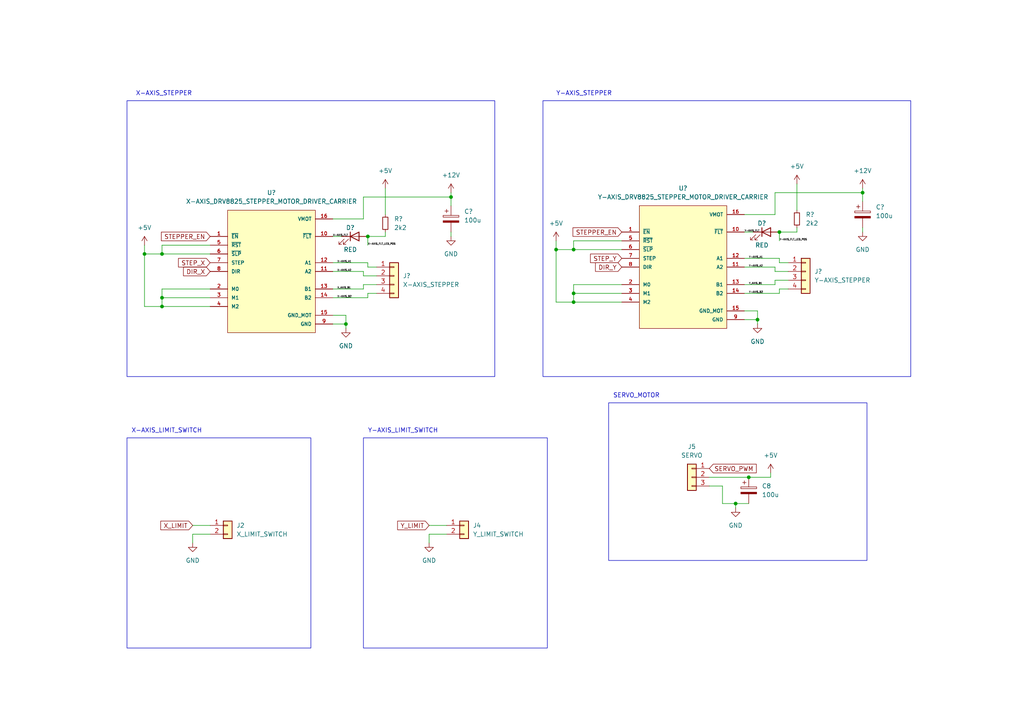
<source format=kicad_sch>
(kicad_sch (version 20230121) (generator eeschema)
  (paper "A4")
  (lib_symbols
    (symbol "Connector_Generic:Conn_01x02" (pin_names (offset 1.016) hide)
      (property "Reference" "J" (at 0 2.54 0))
      (property "Value" "Conn_01x02" (at 0 -5.08 0))
      (symbol "Conn_01x02_1_1"
        (rectangle (start -1.27 -2.413) (end 0 -2.667) (stroke (width 0.1524)))
        (rectangle (start -1.27 0.127) (end 0 -0.127) (stroke (width 0.1524)))
        (rectangle (start -1.27 1.27) (end 1.27 -3.81) (stroke (width 0.254)) (fill (type background)))
        (pin passive line (at -5.08 0 0) (length 3.81) (name "Pin_1") (number "1"))
        (pin passive line (at -5.08 -2.54 0) (length 3.81) (name "Pin_2") (number "2"))
      )
    )
    (symbol "Connector_Generic:Conn_01x03" (pin_names (offset 1.016) hide)
      (property "Reference" "J" (at 0 5.08 0))
      (property "Value" "Conn_01x03" (at 0 -5.08 0))
      (symbol "Conn_01x03_1_1"
        (rectangle (start -1.27 -2.413) (end 0 -2.667) (stroke (width 0.1524)))
        (rectangle (start -1.27 0.127) (end 0 -0.127) (stroke (width 0.1524)))
        (rectangle (start -1.27 2.667) (end 0 2.413) (stroke (width 0.1524)))
        (rectangle (start -1.27 3.81) (end 1.27 -3.81) (stroke (width 0.254)) (fill (type background)))
        (pin passive line (at -5.08 2.54 0) (length 3.81) (name "Pin_1") (number "1"))
        (pin passive line (at -5.08 0 0) (length 3.81) (name "Pin_2") (number "2"))
        (pin passive line (at -5.08 -2.54 0) (length 3.81) (name "Pin_3") (number "3"))
      )
    )
    (symbol "Connector_Generic:Conn_01x04" (pin_names (offset 1.016) hide)
      (property "Reference" "J" (at 0 5.08 0))
      (property "Value" "Conn_01x04" (at 0 -7.62 0))
      (symbol "Conn_01x04_1_1"
        (rectangle (start -1.27 -4.953) (end 0 -5.207) (stroke (width 0.1524)))
        (rectangle (start -1.27 -2.413) (end 0 -2.667) (stroke (width 0.1524)))
        (rectangle (start -1.27 0.127) (end 0 -0.127) (stroke (width 0.1524)))
        (rectangle (start -1.27 2.667) (end 0 2.413) (stroke (width 0.1524)))
        (rectangle (start -1.27 3.81) (end 1.27 -6.35) (stroke (width 0.254)) (fill (type background)))
        (pin passive line (at -5.08 2.54 0) (length 3.81) (name "Pin_1") (number "1"))
        (pin passive line (at -5.08 0 0) (length 3.81) (name "Pin_2") (number "2"))
        (pin passive line (at -5.08 -2.54 0) (length 3.81) (name "Pin_3") (number "3"))
        (pin passive line (at -5.08 -5.08 0) (length 3.81) (name "Pin_4") (number "4"))
      )
    )
    (symbol "Device:C_Polarized" (pin_numbers hide) (pin_names (offset 0.254))
      (property "Reference" "C" (at 0.635 2.54 0))
      (property "Value" "C_Polarized" (at 0.635 -2.54 0))
      (symbol "C_Polarized_0_1"
        (rectangle (start -2.286 0.508) (end 2.286 1.016))
        (polyline (pts (xy -1.778 2.286) (xy -0.762 2.286)))
        (polyline (pts (xy -1.27 2.794) (xy -1.27 1.778)))
        (rectangle (start 2.286 -0.508) (end -2.286 -1.016) (fill (type outline)))
      )
      (symbol "C_Polarized_1_1"
        (pin passive line (at 0 3.81 270) (length 2.794) (name "~") (number "1"))
        (pin passive line (at 0 -3.81 90) (length 2.794) (name "~") (number "2"))
      )
    )
    (symbol "Device:LED" (pin_numbers hide) (pin_names (offset 1.016) hide)
      (property "Reference" "D" (at 0 2.54 0))
      (property "Value" "LED" (at 0 -2.54 0))
      (symbol "LED_0_1"
        (polyline (pts (xy -1.27 -1.27) (xy -1.27 1.27)) (stroke (width 0.254)))
        (polyline (pts (xy -1.27 0) (xy 1.27 0)))
        (polyline (pts (xy 1.27 -1.27) (xy 1.27 1.27) (xy -1.27 0) (xy 1.27 -1.27)) (stroke (width 0.254)))
        (polyline (pts (xy -3.048 -0.762) (xy -4.572 -2.286) (xy -3.81 -2.286) (xy -4.572 -2.286) (xy -4.572 -1.524)))
        (polyline (pts (xy -1.778 -0.762) (xy -3.302 -2.286) (xy -2.54 -2.286) (xy -3.302 -2.286) (xy -3.302 -1.524)))
      )
      (symbol "LED_1_1"
        (pin passive line (at -3.81 0 0) (length 2.54) (name "K") (number "1"))
        (pin passive line (at 3.81 0 180) (length 2.54) (name "A") (number "2"))
      )
    )
    (symbol "Device:R_Small" (pin_numbers hide) (pin_names (offset 0.254) hide)
      (property "Reference" "R" (at 0.762 0.508 0))
      (property "Value" "R_Small" (at 0.762 -1.016 0))
      (symbol "R_Small_0_1"
        (rectangle (start -0.762 1.778) (end 0.762 -1.778) (stroke (width 0.2032)))
      )
      (symbol "R_Small_1_1"
        (pin passive line (at 0 2.54 270) (length 0.762) (name "~") (number "1"))
        (pin passive line (at 0 -2.54 90) (length 0.762) (name "~") (number "2"))
      )
    )
    (symbol "Pen_Plotter_Lib:DRV8825_STEPPER_MOTOR_DRIVER_CARRIER" (pin_names (offset 1.016))
      (property "Reference" "U" (at -12.7 18.542 0))
      (property "Value" "DRV8825_STEPPER_MOTOR_DRIVER_CARRIER" (at -12.7 -20.32 0))
      (symbol "DRV8825_STEPPER_MOTOR_DRIVER_CARRIER_0_0"
        (rectangle (start -12.7 -17.78) (end 12.7 17.78) (stroke (width 0.1524)) (fill (type background)))
        (pin input line (at -17.78 10.16 0) (length 5.08) (name "~{EN}") (number "1"))
        (pin output line (at 17.78 10.16 180) (length 5.08) (name "~{FLT}") (number "10"))
        (pin output line (at 17.78 0 180) (length 5.08) (name "A2") (number "11"))
        (pin output line (at 17.78 2.54 180) (length 5.08) (name "A1") (number "12"))
        (pin output line (at 17.78 -5.08 180) (length 5.08) (name "B1") (number "13"))
        (pin output line (at 17.78 -7.62 180) (length 5.08) (name "B2") (number "14"))
        (pin power_in line (at 17.78 -12.7 180) (length 5.08) (name "GND_MOT") (number "15"))
        (pin power_in line (at 17.78 15.24 180) (length 5.08) (name "VMOT") (number "16"))
        (pin input line (at -17.78 -5.08 0) (length 5.08) (name "M0") (number "2"))
        (pin input line (at -17.78 -7.62 0) (length 5.08) (name "M1") (number "3"))
        (pin input line (at -17.78 -10.16 0) (length 5.08) (name "M2") (number "4"))
        (pin input line (at -17.78 7.62 0) (length 5.08) (name "~{RST}") (number "5"))
        (pin input line (at -17.78 5.08 0) (length 5.08) (name "~{SLP}") (number "6"))
        (pin input line (at -17.78 2.54 0) (length 5.08) (name "STEP") (number "7"))
        (pin input line (at -17.78 0 0) (length 5.08) (name "DIR") (number "8"))
        (pin power_in line (at 17.78 -15.24 180) (length 5.08) (name "GND") (number "9"))
      )
    )
    (symbol "power:+12V" (power) (pin_names (offset 0))
      (property "Value" "+12V" (at 0 3.556 0))
      (symbol "+12V_0_1"
        (polyline (pts (xy -0.762 1.27) (xy 0 2.54)))
        (polyline (pts (xy 0 0) (xy 0 2.54)))
        (polyline (pts (xy 0 2.54) (xy 0.762 1.27)))
      )
      (symbol "+12V_1_1"
        (pin power_in line (at 0 0 90) (length 0) hide (name "+12V") (number "1"))
      )
    )
    (symbol "power:+5V" (power) (pin_names (offset 0))
      (property "Value" "+5V" (at 0 3.556 0))
      (symbol "+5V_0_1"
        (polyline (pts (xy -0.762 1.27) (xy 0 2.54)))
        (polyline (pts (xy 0 0) (xy 0 2.54)))
        (polyline (pts (xy 0 2.54) (xy 0.762 1.27)))
      )
      (symbol "+5V_1_1"
        (pin power_in line (at 0 0 90) (length 0) hide (name "+5V") (number "1"))
      )
    )
    (symbol "power:GND" (power) (pin_names (offset 0))
      (property "Value" "GND" (at 0 -3.81 0))
      (symbol "GND_0_1"
        (polyline (pts (xy 0 0) (xy 0 -1.27) (xy 1.27 -1.27) (xy 0 -2.54) (xy -1.27 -1.27) (xy 0 -1.27)))
      )
      (symbol "GND_1_1"
        (pin power_in line (at 0 0 270) (length 0) hide (name "GND") (number "1"))
      )
    )
  )
  (junction (at 166.37 72.39))
  (junction (at 226.06 67.31))
  (junction (at 166.37 85.09))
  (junction (at 130.81 57.15))
  (junction (at 46.99 73.66))
  (junction (at 46.99 88.9))
  (junction (at 166.37 87.63))
  (junction (at 217.17 138.43))
  (junction (at 100.33 93.98))
  (junction (at 161.29 72.39))
  (junction (at 106.68 68.58))
  (junction (at 46.99 86.36))
  (junction (at 250.19 55.88))
  (junction (at 213.36 146.05))
  (junction (at 219.71 92.71))
  (junction (at 41.91 73.66))
  (wire (pts (xy 215.9 82.55) (xy 224.79 82.55)))
  (wire (pts (xy 106.68 85.09) (xy 109.22 85.09)))
  (wire (pts (xy 231.14 53.34) (xy 231.14 60.96)))
  (wire (pts (xy 60.96 154.94) (xy 55.88 154.94)))
  (wire (pts (xy 219.71 90.17) (xy 219.71 92.71)))
  (wire (pts (xy 96.52 86.36) (xy 106.68 86.36)))
  (wire (pts (xy 224.79 82.55) (xy 224.79 81.28)))
  (wire (pts (xy 166.37 82.55) (xy 180.34 82.55)))
  (wire (pts (xy 219.71 93.98) (xy 219.71 92.71)))
  (wire (pts (xy 129.54 154.94) (xy 124.46 154.94)))
  (wire (pts (xy 100.33 91.44) (xy 100.33 93.98)))
  (wire (pts (xy 215.9 62.23) (xy 224.79 62.23)))
  (wire (pts (xy 111.76 68.58) (xy 111.76 67.31)))
  (wire (pts (xy 105.41 82.55) (xy 109.22 82.55)))
  (wire (pts (xy 213.36 146.05) (xy 217.17 146.05)))
  (wire (pts (xy 100.33 95.25) (xy 100.33 93.98)))
  (wire (pts (xy 205.74 140.97) (xy 209.55 140.97)))
  (wire (pts (xy 46.99 83.82) (xy 46.99 86.36)))
  (wire (pts (xy 166.37 69.85) (xy 166.37 72.39)))
  (wire (pts (xy 166.37 85.09) (xy 180.34 85.09)))
  (wire (pts (xy 166.37 82.55) (xy 166.37 85.09)))
  (wire (pts (xy 161.29 87.63) (xy 161.29 72.39)))
  (wire (pts (xy 106.68 86.36) (xy 106.68 85.09)))
  (wire (pts (xy 55.88 152.4) (xy 60.96 152.4)))
  (wire (pts (xy 124.46 152.4) (xy 129.54 152.4)))
  (wire (pts (xy 46.99 71.12) (xy 46.99 73.66)))
  (wire (pts (xy 215.9 67.31) (xy 218.44 67.31)))
  (wire (pts (xy 226.06 83.82) (xy 228.6 83.82)))
  (wire (pts (xy 46.99 73.66) (xy 41.91 73.66)))
  (wire (pts (xy 226.06 69.85) (xy 226.06 67.31)))
  (wire (pts (xy 130.81 55.88) (xy 130.81 57.15)))
  (wire (pts (xy 96.52 63.5) (xy 105.41 63.5)))
  (wire (pts (xy 215.9 85.09) (xy 226.06 85.09)))
  (wire (pts (xy 166.37 72.39) (xy 161.29 72.39)))
  (wire (pts (xy 213.36 146.05) (xy 213.36 147.32)))
  (wire (pts (xy 106.68 76.2) (xy 106.68 77.47)))
  (wire (pts (xy 217.17 138.43) (xy 205.74 138.43)))
  (wire (pts (xy 105.41 83.82) (xy 105.41 82.55)))
  (wire (pts (xy 166.37 87.63) (xy 180.34 87.63)))
  (wire (pts (xy 224.79 55.88) (xy 250.19 55.88)))
  (wire (pts (xy 223.52 138.43) (xy 217.17 138.43)))
  (wire (pts (xy 231.14 67.31) (xy 231.14 66.04)))
  (wire (pts (xy 60.96 71.12) (xy 46.99 71.12)))
  (wire (pts (xy 46.99 83.82) (xy 60.96 83.82)))
  (wire (pts (xy 223.52 137.16) (xy 223.52 138.43)))
  (wire (pts (xy 224.79 77.47) (xy 224.79 78.74)))
  (wire (pts (xy 105.41 57.15) (xy 105.41 63.5)))
  (wire (pts (xy 96.52 83.82) (xy 105.41 83.82)))
  (wire (pts (xy 161.29 72.39) (xy 161.29 69.85)))
  (wire (pts (xy 106.68 71.12) (xy 106.68 68.58)))
  (wire (pts (xy 100.33 93.98) (xy 96.52 93.98)))
  (wire (pts (xy 41.91 88.9) (xy 41.91 73.66)))
  (wire (pts (xy 130.81 57.15) (xy 130.81 59.69)))
  (wire (pts (xy 166.37 72.39) (xy 180.34 72.39)))
  (wire (pts (xy 46.99 73.66) (xy 60.96 73.66)))
  (wire (pts (xy 224.79 81.28) (xy 228.6 81.28)))
  (wire (pts (xy 41.91 73.66) (xy 41.91 71.12)))
  (wire (pts (xy 250.19 55.88) (xy 250.19 58.42)))
  (wire (pts (xy 105.41 80.01) (xy 109.22 80.01)))
  (wire (pts (xy 226.06 67.31) (xy 231.14 67.31)))
  (wire (pts (xy 224.79 78.74) (xy 228.6 78.74)))
  (wire (pts (xy 96.52 68.58) (xy 99.06 68.58)))
  (wire (pts (xy 161.29 87.63) (xy 166.37 87.63)))
  (wire (pts (xy 106.68 68.58) (xy 111.76 68.58)))
  (wire (pts (xy 215.9 74.93) (xy 226.06 74.93)))
  (wire (pts (xy 111.76 54.61) (xy 111.76 62.23)))
  (wire (pts (xy 46.99 88.9) (xy 60.96 88.9)))
  (wire (pts (xy 55.88 154.94) (xy 55.88 157.48)))
  (wire (pts (xy 226.06 76.2) (xy 228.6 76.2)))
  (wire (pts (xy 46.99 86.36) (xy 46.99 88.9)))
  (wire (pts (xy 209.55 140.97) (xy 209.55 146.05)))
  (wire (pts (xy 124.46 154.94) (xy 124.46 157.48)))
  (wire (pts (xy 166.37 85.09) (xy 166.37 87.63)))
  (wire (pts (xy 226.06 74.93) (xy 226.06 76.2)))
  (wire (pts (xy 224.79 55.88) (xy 224.79 62.23)))
  (wire (pts (xy 219.71 92.71) (xy 215.9 92.71)))
  (wire (pts (xy 226.06 85.09) (xy 226.06 83.82)))
  (wire (pts (xy 215.9 90.17) (xy 219.71 90.17)))
  (wire (pts (xy 180.34 69.85) (xy 166.37 69.85)))
  (wire (pts (xy 46.99 86.36) (xy 60.96 86.36)))
  (wire (pts (xy 209.55 146.05) (xy 213.36 146.05)))
  (wire (pts (xy 130.81 67.31) (xy 130.81 68.58)))
  (wire (pts (xy 96.52 91.44) (xy 100.33 91.44)))
  (wire (pts (xy 250.19 54.61) (xy 250.19 55.88)))
  (wire (pts (xy 106.68 77.47) (xy 109.22 77.47)))
  (wire (pts (xy 96.52 76.2) (xy 106.68 76.2)))
  (wire (pts (xy 250.19 66.04) (xy 250.19 67.31)))
  (wire (pts (xy 215.9 77.47) (xy 224.79 77.47)))
  (wire (pts (xy 105.41 57.15) (xy 130.81 57.15)))
  (wire (pts (xy 96.52 78.74) (xy 105.41 78.74)))
  (wire (pts (xy 41.91 88.9) (xy 46.99 88.9)))
  (wire (pts (xy 105.41 78.74) (xy 105.41 80.01)))
  (rectangle (start 176.53 116.84) (end 251.46 162.56))
  (rectangle (start 157.48 29.21) (end 264.16 109.22))
  (rectangle (start 105.41 127) (end 158.75 187.96))
  (rectangle (start 36.83 127) (end 90.17 187.96))
  (rectangle (start 36.83 29.21) (end 143.51 109.22))
  (text "Y-AXIS_LIMIT_SWITCH" (at 106.68 125.73 0) (effects (font (size 1.27 1.27)) (justify left bottom)))
  (text "SERVO_MOTOR" (at 177.8 115.57 0) (effects (font (size 1.27 1.27)) (justify left bottom)))
  (text "X-AXIS_STEPPER" (at 39.37 27.94 0) (effects (font (size 1.27 1.27)) (justify left bottom)))
  (text "X-AXIS_LIMIT_SWITCH" (at 38.1 125.73 0) (effects (font (size 1.27 1.27)) (justify left bottom)))
  (text "Y-AXIS_STEPPER" (at 161.29 27.94 0) (effects (font (size 1.27 1.27)) (justify left bottom)))
  (label "Y-AXIS_B2" (at 217.17 85.09 0) (effects (font (size 0.5 0.5))))
  (label "X-AXIS_A1" (at 97.79 76.2 0) (effects (font (size 0.5 0.5))))
  (label "Y_AXIS_B1" (at 217.17 82.55 0) (effects (font (size 0.5 0.5))))
  (label "Y-AXIS_FLT_LED_POS" (at 226.06 69.85 0) (effects (font (size 0.5 0.5))))
  (label "Y-AXIS_A2" (at 217.17 77.47 0) (effects (font (size 0.5 0.5))))
  (label "Y-AXIS_A1" (at 217.17 74.93 0) (effects (font (size 0.5 0.5))))
  (label "X-AXIS_B2" (at 97.79 86.36 0) (effects (font (size 0.5 0.5))))
  (label "Y-AXIS_FLT" (at 215.9 67.31 0) (effects (font (size 0.5 0.5))))
  (label "X_AXIS_B1" (at 97.79 83.82 0) (effects (font (size 0.5 0.5))))
  (label "X-AXIS_FLT" (at 96.52 68.58 0) (effects (font (size 0.5 0.5))))
  (label "X-AXIS_FLT_LED_POS" (at 106.68 71.12 0) (effects (font (size 0.5 0.5))))
  (label "X-AXIS_A2" (at 97.79 78.74 0) (effects (font (size 0.5 0.5))))
  (global_label "STEPPER_EN" (shape input) (at 60.96 68.58 180) (property "Intersheetrefs" "${INTERSHEET_REFS}" (effects hide)))
  (global_label "SERVO_PWM" (shape input) (at 205.74 135.89 0) (property "Intersheetrefs" "${INTERSHEET_REFS}" (effects hide)))
  (global_label "STEPPER_EN" (shape input) (at 180.34 67.31 180) (property "Intersheetrefs" "${INTERSHEET_REFS}" (effects hide)))
  (global_label "STEP_Y" (shape input) (at 180.34 74.93 180) (property "Intersheetrefs" "${INTERSHEET_REFS}" (effects hide)))
  (global_label "DIR_Y" (shape input) (at 180.34 77.47 180) (property "Intersheetrefs" "${INTERSHEET_REFS}" (effects hide)))
  (global_label "STEP_X" (shape input) (at 60.96 76.2 180) (property "Intersheetrefs" "${INTERSHEET_REFS}" (effects hide)))
  (global_label "Y_LIMIT" (shape input) (at 124.46 152.4 180) (property "Intersheetrefs" "${INTERSHEET_REFS}" (effects hide)))
  (global_label "DIR_X" (shape input) (at 60.96 78.74 180) (property "Intersheetrefs" "${INTERSHEET_REFS}" (effects hide)))
  (global_label "X_LIMIT" (shape input) (at 55.88 152.4 180) (property "Intersheetrefs" "${INTERSHEET_REFS}" (effects hide)))
  (symbol (lib_id "Device:C_Polarized") (at 217.17 142.24 0) (unit 1)
    (property "Reference" "C8" (at 220.98 140.97 0) (effects (justify left)))
    (property "Value" "100u" (at 220.98 143.51 0) (effects (justify left)))
    (property "Footprint" "Capacitor_SMD:C_1206_3216Metric" (effects hide))
  )
  (symbol (lib_id "power:GND") (at 100.33 95.25 0) (unit 1)
    (property "Reference" "#PWR?" (effects hide))
    (property "Value" "GND" (at 100.33 100.33 0))
    (instances (project "Pen_Plotter_RPI_Hat_V2" (path "" (reference "#PWR?") (unit 1)) (path "" (reference "#PWR016") (unit 1))))
  )
  (symbol (lib_id "power:GND") (at 124.46 157.48 0) (unit 1)
    (property "Reference" "#PWR018" (effects hide))
    (property "Value" "GND" (at 124.46 162.56 0))
  )
  (symbol (lib_id "power:+5V") (at 161.29 69.85 0) (unit 1)
    (property "Reference" "#PWR?" (effects hide))
    (property "Value" "+5V" (at 161.29 64.77 0))
    (instances (project "Pen_Plotter_RPI_Hat_V2" (path "" (reference "#PWR?") (unit 1)) (path "" (reference "#PWR021") (unit 1))))
  )
  (symbol (lib_id "Device:LED") (at 102.87 68.58 0) (unit 1)
    (property "Reference" "D?" (at 101.6 66.04 0))
    (property "Value" "RED" (at 101.6 72.39 0))
    (property "Footprint" "LED_THT:LED_D5.0mm" (effects hide))
    (instances (project "Pen_Plotter_RPI_Hat_V2" (path "" (reference "D?") (unit 1)) (path "" (reference "D1") (unit 1))))
  )
  (symbol (lib_id "power:GND") (at 130.81 68.58 0) (unit 1)
    (property "Reference" "#PWR?" (effects hide))
    (property "Value" "GND" (at 130.81 73.66 0))
    (instances (project "Pen_Plotter_RPI_Hat_V2" (path "" (reference "#PWR?") (unit 1)) (path "" (reference "#PWR020") (unit 1))))
  )
  (symbol (lib_id "Device:R_Small") (at 231.14 63.5 0) (unit 1)
    (property "Reference" "R?" (at 233.68 62.23 0) (effects (justify left)))
    (property "Value" "2k2" (at 233.68 64.77 0) (effects (justify left)))
    (property "Footprint" "Pen_Plotter_Lib:THT_RESISTOR_WITH_VALUE" (effects hide))
    (instances (project "Pen_Plotter_RPI_Hat_V2" (path "" (reference "R?") (unit 1)) (path "" (reference "R4") (unit 1))))
  )
  (symbol (lib_id "power:+12V") (at 130.81 55.88 0) (unit 1)
    (property "Reference" "#PWR?" (effects hide))
    (property "Value" "+12V" (at 130.81 50.8 0))
    (instances (project "Pen_Plotter_RPI_Hat_V2" (path "" (reference "#PWR?") (unit 1)) (path "" (reference "#PWR019") (unit 1))))
  )
  (symbol (lib_id "power:+5V") (at 41.91 71.12 0) (unit 1)
    (property "Reference" "#PWR?" (effects hide))
    (property "Value" "+5V" (at 41.91 66.04 0))
    (instances (project "Pen_Plotter_RPI_Hat_V2" (path "" (reference "#PWR?") (unit 1)) (path "" (reference "#PWR014") (unit 1))))
  )
  (symbol (lib_id "Device:LED") (at 222.25 67.31 0) (unit 1)
    (property "Reference" "D?" (at 220.98 64.77 0))
    (property "Value" "RED" (at 220.98 71.12 0))
    (property "Footprint" "LED_THT:LED_D5.0mm" (effects hide))
    (instances (project "Pen_Plotter_RPI_Hat_V2" (path "" (reference "D?") (unit 1)) (path "" (reference "D2") (unit 1))))
  )
  (symbol (lib_id "Connector_Generic:Conn_01x04") (at 233.68 78.74 0) (unit 1)
    (property "Reference" "J?" (at 236.22 78.74 0) (effects (justify left)))
    (property "Value" "Y-AXIS_STEPPER" (at 236.22 81.28 0) (effects (justify left)))
    (instances (project "Pen_Plotter_RPI_Hat_V2" (path "" (reference "J?") (unit 1)) (path "" (reference "J6") (unit 1))))
  )
  (symbol (lib_id "Device:C_Polarized") (at 130.81 63.5 0) (unit 1)
    (property "Reference" "C?" (at 134.62 61.341 0) (effects (justify left)))
    (property "Value" "100u" (at 134.62 63.881 0) (effects (justify left)))
    (property "Footprint" "Capacitor_SMD:C_1206_3216Metric" (effects hide))
    (instances (project "Pen_Plotter_RPI_Hat_V2" (path "" (reference "C?") (unit 1)) (path "" (reference "C7") (unit 1))))
  )
  (symbol (lib_id "Device:R_Small") (at 111.76 64.77 0) (unit 1)
    (property "Reference" "R?" (at 114.3 63.5 0) (effects (justify left)))
    (property "Value" "2k2" (at 114.3 66.04 0) (effects (justify left)))
    (property "Footprint" "Pen_Plotter_Lib:THT_RESISTOR_WITH_VALUE" (effects hide))
    (instances (project "Pen_Plotter_RPI_Hat_V2" (path "" (reference "R?") (unit 1)) (path "" (reference "R3") (unit 1))))
  )
  (symbol (lib_id "power:+5V") (at 223.52 137.16 0) (unit 1)
    (property "Reference" "#PWR024" (effects hide))
    (property "Value" "+5V" (at 223.52 132.08 0))
  )
  (symbol (lib_id "Device:C_Polarized") (at 250.19 62.23 0) (unit 1)
    (property "Reference" "C?" (at 254 60.071 0) (effects (justify left)))
    (property "Value" "100u" (at 254 62.611 0) (effects (justify left)))
    (property "Footprint" "Capacitor_SMD:C_1206_3216Metric" (effects hide))
    (instances (project "Pen_Plotter_RPI_Hat_V2" (path "" (reference "C?") (unit 1)) (path "" (reference "C9") (unit 1))))
  )
  (symbol (lib_id "power:GND") (at 219.71 93.98 0) (unit 1)
    (property "Reference" "#PWR?" (effects hide))
    (property "Value" "GND" (at 219.71 99.06 0))
    (instances (project "Pen_Plotter_RPI_Hat_V2" (path "" (reference "#PWR?") (unit 1)) (path "" (reference "#PWR023") (unit 1))))
  )
  (symbol (lib_id "power:+12V") (at 250.19 54.61 0) (unit 1)
    (property "Reference" "#PWR?" (effects hide))
    (property "Value" "+12V" (at 250.19 49.53 0))
    (instances (project "Pen_Plotter_RPI_Hat_V2" (path "" (reference "#PWR?") (unit 1)) (path "" (reference "#PWR026") (unit 1))))
  )
  (symbol (lib_id "Connector_Generic:Conn_01x02") (at 66.04 152.4 0) (unit 1)
    (property "Reference" "J2" (at 68.58 152.4 0) (effects (justify left)))
    (property "Value" "X_LIMIT_SWITCH" (at 68.58 154.94 0) (effects (justify left)))
  )
  (symbol (lib_id "Connector_Generic:Conn_01x04") (at 114.3 80.01 0) (unit 1)
    (property "Reference" "J?" (at 116.84 80.01 0) (effects (justify left)))
    (property "Value" "X-AXIS_STEPPER" (at 116.84 82.55 0) (effects (justify left)))
    (instances (project "Pen_Plotter_RPI_Hat_V2" (path "" (reference "J?") (unit 1)) (path "" (reference "J3") (unit 1))))
  )
  (symbol (lib_id "power:GND") (at 55.88 157.48 0) (unit 1)
    (property "Reference" "#PWR015" (effects hide))
    (property "Value" "GND" (at 55.88 162.56 0))
  )
  (symbol (lib_id "power:+5V") (at 111.76 54.61 0) (unit 1)
    (property "Reference" "#PWR?" (effects hide))
    (property "Value" "+5V" (at 111.76 49.53 0))
    (instances (project "Pen_Plotter_RPI_Hat_V2" (path "" (reference "#PWR?") (unit 1)) (path "" (reference "#PWR017") (unit 1))))
  )
  (symbol (lib_id "Connector_Generic:Conn_01x02") (at 134.62 152.4 0) (unit 1)
    (property "Reference" "J4" (at 137.16 152.4 0) (effects (justify left)))
    (property "Value" "Y_LIMIT_SWITCH" (at 137.16 154.94 0) (effects (justify left)))
  )
  (symbol (lib_id "Connector_Generic:Conn_01x03") (at 200.66 138.43 0) (mirror y) (unit 1)
    (property "Reference" "J5" (at 200.66 129.54 0))
    (property "Value" "SERVO" (at 200.66 132.08 0))
  )
  (symbol (lib_id "power:+5V") (at 231.14 53.34 0) (unit 1)
    (property "Reference" "#PWR?" (effects hide))
    (property "Value" "+5V" (at 231.14 48.26 0))
    (instances (project "Pen_Plotter_RPI_Hat_V2" (path "" (reference "#PWR?") (unit 1)) (path "" (reference "#PWR025") (unit 1))))
  )
  (symbol (lib_id "power:GND") (at 213.36 147.32 0) (unit 1)
    (property "Reference" "#PWR022" (effects hide))
    (property "Value" "GND" (at 213.36 152.4 0))
  )
  (symbol (lib_id "power:GND") (at 250.19 67.31 0) (unit 1)
    (property "Reference" "#PWR?" (effects hide))
    (property "Value" "GND" (at 250.19 72.39 0))
    (instances (project "Pen_Plotter_RPI_Hat_V2" (path "" (reference "#PWR?") (unit 1)) (path "" (reference "#PWR027") (unit 1))))
  )
  (symbol (lib_id "Pen_Plotter_Lib:DRV8825_STEPPER_MOTOR_DRIVER_CARRIER") (at 78.74 78.74 0) (unit 1)
    (property "Reference" "U?" (at 78.74 55.88 0))
    (property "Value" "X-AXIS_DRV8825_STEPPER_MOTOR_DRIVER_CARRIER" (at 78.74 58.42 0))
    (property "Footprint" "Pen_Plotter_Lib:IC_DRV8825_STEPPER_MOTOR_DRIVER_CARRIER" (effects hide))
    (property "MF" "Pololu" (effects hide))
    (property "DESCRIPTION" "Stepper motor controler; IC: DRV8825; 1.5A; Uin mot: 8.2÷45V" (effects hide))
    (property "PACKAGE" "None" (effects hide))
    (property "PRICE" "None" (effects hide))
    (property "Package" "None" (effects hide))
    (property "Check_prices" "https://www.snapeda.com/parts/DRV8825%20STEPPER%20MOTOR%20DRIVER%20CARRIER/Pololu/view-part/?ref=eda" (effects hide))
    (property "Price" "None" (effects hide))
    (property "SnapEDA_Link" "https://www.snapeda.com/parts/DRV8825%20STEPPER%20MOTOR%20DRIVER%20CARRIER/Pololu/view-part/?ref=snap" (effects hide))
    (property "MP" "DRV8825 STEPPER MOTOR DRIVER CARRIER" (effects hide))
    (property "Availability" "Not in stock" (effects hide))
    (property "AVAILABILITY" "Unavailable" (effects hide))
    (property "Description" "\nStepper, Bipolar 8.2 ~ 45VDC Supply 1.5A 8.2 ~ 45V Load\n" (effects hide))
    (instances (project "Pen_Plotter_RPI_Hat_V2" (path "" (reference "U?") (unit 1)) (path "" (reference "U4") (unit 1))))
  )
  (symbol (lib_id "Pen_Plotter_Lib:DRV8825_STEPPER_MOTOR_DRIVER_CARRIER") (at 198.12 77.47 0) (unit 1)
    (property "Reference" "U?" (at 198.12 54.61 0))
    (property "Value" "Y-AXIS_DRV8825_STEPPER_MOTOR_DRIVER_CARRIER" (at 198.12 57.15 0))
    (property "Footprint" "Pen_Plotter_Lib:IC_DRV8825_STEPPER_MOTOR_DRIVER_CARRIER" (effects hide))
    (property "MF" "Pololu" (effects hide))
    (property "DESCRIPTION" "Stepper motor controler; IC: DRV8825; 1.5A; Uin mot: 8.2÷45V" (effects hide))
    (property "PACKAGE" "None" (effects hide))
    (property "PRICE" "None" (effects hide))
    (property "Package" "None" (effects hide))
    (property "Check_prices" "https://www.snapeda.com/parts/DRV8825%20STEPPER%20MOTOR%20DRIVER%20CARRIER/Pololu/view-part/?ref=eda" (effects hide))
    (property "Price" "None" (effects hide))
    (property "SnapEDA_Link" "https://www.snapeda.com/parts/DRV8825%20STEPPER%20MOTOR%20DRIVER%20CARRIER/Pololu/view-part/?ref=snap" (effects hide))
    (property "MP" "DRV8825 STEPPER MOTOR DRIVER CARRIER" (effects hide))
    (property "Availability" "Not in stock" (effects hide))
    (property "AVAILABILITY" "Unavailable" (effects hide))
    (property "Description" "\nStepper, Bipolar 8.2 ~ 45VDC Supply 1.5A 8.2 ~ 45V Load\n" (effects hide))
    (instances (project "Pen_Plotter_RPI_Hat_V2" (path "" (reference "U?") (unit 1)) (path "" (reference "U5") (unit 1))))
  )
)
</source>
